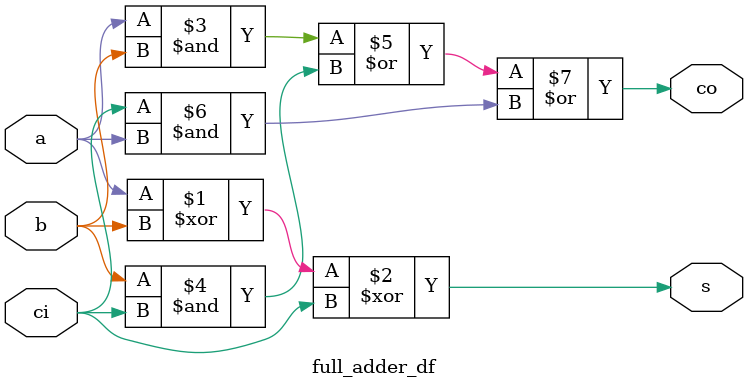
<source format=v>
module full_adder_df (
    s,co,a,b,ci
);
input a,b,ci;
output s,co;

assign s = a ^ b ^ ci ;
assign co = a&b | b&ci | ci&a ;

endmodule
</source>
